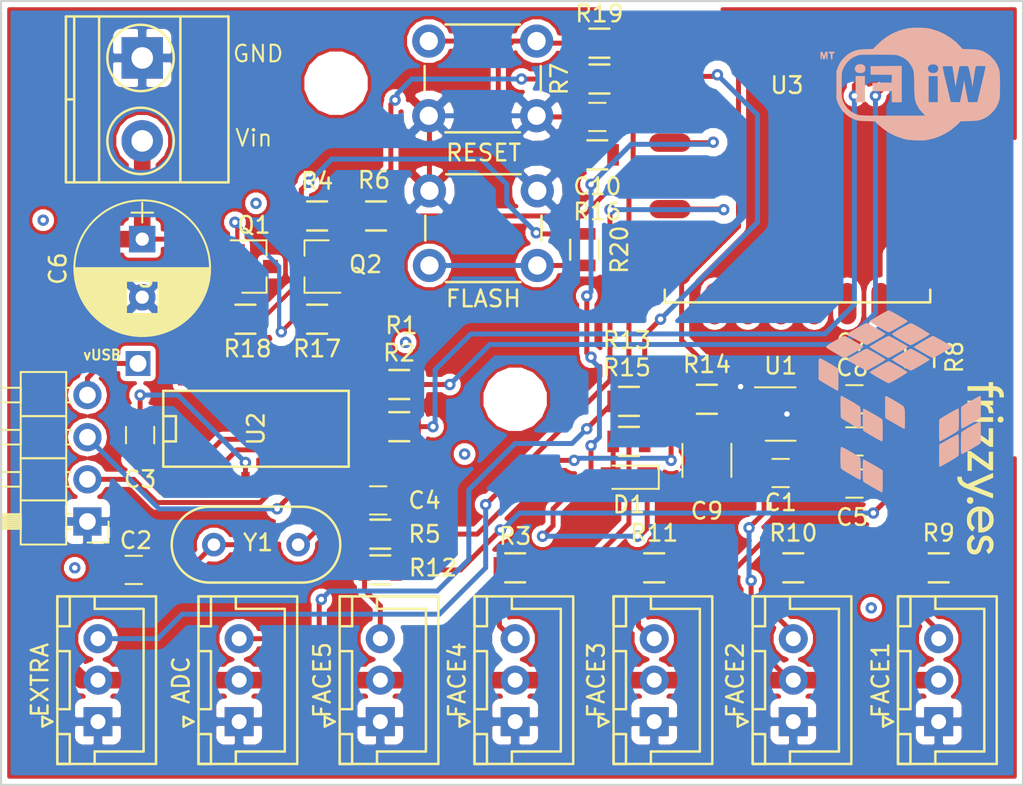
<source format=kicad_pcb>
(kicad_pcb (version 4) (host pcbnew 4.0.6-e0-6349~53~ubuntu16.04.1)
  (layers (0 F.Cu signal hide) (31 B.Cu signal) (34 B.Paste user) (35 F.Paste user) (36 B.SilkS user) (37 F.SilkS user) (38 B.Mask user) (39 F.Mask user) (44 Edge.Cuts user))
  (net 0 "")
  (net 1 5V)
  (net 2 GND)
  (net 3 "Net-(C2-Pad1)")
  (net 4 "Net-(C3-Pad1)")
  (net 5 "Net-(C4-Pad1)")
  (net 6 "Net-(C5-Pad1)")
  (net 7 3.3V)
  (net 8 RST)
  (net 9 "Net-(D1-Pad2)")
  (net 10 GPIO16)
  (net 11 D+)
  (net 12 D-)
  (net 13 VUSB)
  (net 14 EXTRA)
  (net 15 ANALOG)
  (net 16 FACE1)
  (net 17 FACE2)
  (net 18 FACE3)
  (net 19 FACE4)
  (net 20 FACE5)
  (net 21 RTS)
  (net 22 DTR)
  (net 23 GPIO0)
  (net 24 "Net-(R1-Pad1)")
  (net 25 TXD)
  (net 26 "Net-(R2-Pad1)")
  (net 27 RXD)
  (net 28 "Net-(R3-Pad1)")
  (net 29 EN)
  (net 30 GPIO15)
  (net 31 "Net-(R9-Pad2)")
  (net 32 "Net-(R10-Pad2)")
  (net 33 "Net-(R11-Pad2)")
  (net 34 "Net-(R12-Pad2)")
  (net 35 ADC)
  (net 36 "Net-(R16-Pad2)")
  (net 37 "Net-(R20-Pad2)")
  (net 38 "Net-(U2-Pad12)")
  (net 39 "Net-(U2-Pad11)")
  (net 40 "Net-(U2-Pad10)")
  (net 41 "Net-(U2-Pad9)")
  (net 42 "Net-(U2-Pad15)")
  (net 43 "Net-(U3-Pad7)")
  (net 44 "Net-(U3-Pad17)")
  (net 45 "Net-(U3-Pad18)")
  (net 46 "Net-(U3-Pad19)")
  (net 47 "Net-(U3-Pad20)")
  (net 48 "Net-(U3-Pad21)")
  (net 49 "Net-(U3-Pad22)")
  (net 50 "Net-(Q1-Pad1)")
  (net 51 "Net-(Q2-Pad1)")
  (module Mounting_Holes:MountingHole_3.2mm_M3 (layer F.Cu) (at 174.625 84.836)
    (fp_text reference REF** hide)
    (fp_text value MountingHole_3.2mm_M3)
    (pad 1 np_thru_hole circle (at 0 0) (size 3.2 3.2) (drill 3.2) (layers *.Cu *.Mask))
  )
  (module Buttons_Switches_THT:SW_PUSH_6mm (layer F.Cu) (at 169.418 63.246)
    (fp_text reference RESET (at 3.302 6.731) (layer F.SilkS))
    (fp_text value KEY_RST)
    (pad 2 thru_hole circle (at 0 4.5 90) (size 2 2) (drill 1.1) (layers *.Cu *.Mask) (net 2 GND))
    (pad 1 thru_hole circle (at 0 0 90) (size 2 2) (drill 1.1) (layers *.Cu *.Mask) (net 36 "Net-(R16-Pad2)"))
    (pad 2 thru_hole circle (at 6.5 4.5 90) (size 2 2) (drill 1.1) (layers *.Cu *.Mask) (net 2 GND))
    (pad 1 thru_hole circle (at 6.5 0 90) (size 2 2) (drill 1.1) (layers *.Cu *.Mask) (net 36 "Net-(R16-Pad2)"))
  )
  (module Buttons_Switches_THT:SW_PUSH_6mm (layer F.Cu) (at 175.9585 76.7715 180)
    (fp_text reference FLASH (at 3.25 -2 180) (layer F.SilkS))
    (fp_text value KEY_FLASH)
    (pad 2 thru_hole circle (at 0 4.5 270) (size 2 2) (drill 1.1) (layers *.Cu *.Mask) (net 2 GND))
    (pad 1 thru_hole circle (at 0 0 270) (size 2 2) (drill 1.1) (layers *.Cu *.Mask) (net 37 "Net-(R20-Pad2)"))
    (pad 2 thru_hole circle (at 6.5 4.5 270) (size 2 2) (drill 1.1) (layers *.Cu *.Mask) (net 2 GND))
    (pad 1 thru_hole circle (at 6.5 0 270) (size 2 2) (drill 1.1) (layers *.Cu *.Mask) (net 37 "Net-(R20-Pad2)"))
  )
  (module TO_SOT_Packages_SMD:SOT-23 (layer F.Cu) (at 158.877 76.835)
    (fp_text reference Q1 (at 0 -2.5) (layer F.SilkS))
    (fp_text value S8050)
    (pad 1 smd rect (at -1 -0.95) (size 0.9 0.8) (layers F.Cu F.Paste F.Mask) (net 50 "Net-(Q1-Pad1)"))
    (pad 2 smd rect (at -1 0.95) (size 0.9 0.8) (layers F.Cu F.Paste F.Mask) (net 21 RTS))
    (pad 3 smd rect (at 1 0) (size 0.9 0.8) (layers F.Cu F.Paste F.Mask) (net 21 RTS))
  )
  (module Pin_Headers:Pin_Header_Straight_1x01 (layer F.Cu) (at 151.892 82.677)
    (fp_text reference P3 (at 0 -5.1) (layer F.SilkS))
    (fp_text value VUSB)
    (pad 1 thru_hole rect (at 0 0) (size 1.5 1.5) (drill 1.016) (layers *.Cu *.Mask) (net 13 VUSB))
  )
  (module ESP8266:ESP-12E (layer F.Cu) (at 184.658 63.373)
    (fp_text reference U3 (at 6.35 2.54) (layer F.SilkS))
    (fp_text value ESP-12F hide)
    (pad 1 smd rect (at 0 0) (size 2.5 1.1) (drill (offset -0.7 0)) (layers F.Cu F.Paste F.Mask) (net 8 RST))
    (pad 2 smd oval (at 0 2) (size 2.5 1.1) (drill (offset -0.7 0)) (layers F.Cu F.Paste F.Mask) (net 35 ADC))
    (pad 3 smd oval (at 0 4) (size 2.5 1.1) (drill (offset -0.7 0)) (layers F.Cu F.Paste F.Mask) (net 29 EN))
    (pad 4 smd oval (at 0 6) (size 2.5 1.1) (drill (offset -0.7 0)) (layers F.Cu F.Paste F.Mask) (net 10 GPIO16))
    (pad 5 smd oval (at 0 8) (size 2.5 1.1) (drill (offset -0.7 0)) (layers F.Cu F.Paste F.Mask) (net 28 "Net-(R3-Pad1)"))
    (pad 6 smd oval (at 0 10) (size 2.5 1.1) (drill (offset -0.7 0)) (layers F.Cu F.Paste F.Mask) (net 14 EXTRA))
    (pad 7 smd oval (at 0 12) (size 2.5 1.1) (drill (offset -0.7 0)) (layers F.Cu F.Paste F.Mask) (net 43 "Net-(U3-Pad7)"))
    (pad 8 smd oval (at 0 14) (size 2.5 1.1) (drill (offset -0.7 0)) (layers F.Cu F.Paste F.Mask) (net 7 3.3V))
    (pad 9 smd oval (at 14 14) (size 2.5 1.1) (drill (offset 0.7 0)) (layers F.Cu F.Paste F.Mask) (net 2 GND))
    (pad 10 smd oval (at 14 12) (size 2.5 1.1) (drill (offset 0.6 0)) (layers F.Cu F.Paste F.Mask) (net 30 GPIO15))
    (pad 11 smd oval (at 14 10) (size 2.5 1.1) (drill (offset 0.7 0)) (layers F.Cu F.Paste F.Mask) (net 34 "Net-(R12-Pad2)"))
    (pad 12 smd oval (at 14 8) (size 2.5 1.1) (drill (offset 0.7 0)) (layers F.Cu F.Paste F.Mask) (net 33 "Net-(R11-Pad2)"))
    (pad 13 smd oval (at 14 6) (size 2.5 1.1) (drill (offset 0.7 0)) (layers F.Cu F.Paste F.Mask) (net 32 "Net-(R10-Pad2)"))
    (pad 14 smd oval (at 14 4) (size 2.5 1.1) (drill (offset 0.7 0)) (layers F.Cu F.Paste F.Mask) (net 31 "Net-(R9-Pad2)"))
    (pad 15 smd oval (at 14 2) (size 2.5 1.1) (drill (offset 0.7 0)) (layers F.Cu F.Paste F.Mask) (net 25 TXD))
    (pad 16 smd oval (at 14 0) (size 2.5 1.1) (drill (offset 0.7 0)) (layers F.Cu F.Paste F.Mask) (net 27 RXD))
    (pad 17 smd oval (at 1.99 15 90) (size 2.5 1.1) (drill (offset -0.7 0)) (layers F.Cu F.Paste F.Mask) (net 44 "Net-(U3-Pad17)"))
    (pad 18 smd oval (at 3.99 15 90) (size 2.5 1.1) (drill (offset -0.7 0)) (layers F.Cu F.Paste F.Mask) (net 45 "Net-(U3-Pad18)"))
    (pad 19 smd oval (at 5.99 15 90) (size 2.5 1.1) (drill (offset -0.7 0)) (layers F.Cu F.Paste F.Mask) (net 46 "Net-(U3-Pad19)"))
    (pad 20 smd oval (at 7.99 15 90) (size 2.5 1.1) (drill (offset -0.7 0)) (layers F.Cu F.Paste F.Mask) (net 47 "Net-(U3-Pad20)"))
    (pad 21 smd oval (at 9.99 15 90) (size 2.5 1.1) (drill (offset -0.7 0)) (layers F.Cu F.Paste F.Mask) (net 48 "Net-(U3-Pad21)"))
    (pad 22 smd oval (at 11.99 15 90) (size 2.5 1.1) (drill (offset -0.7 0)) (layers F.Cu F.Paste F.Mask) (net 49 "Net-(U3-Pad22)"))
  )
  (module Resistors_SMD:R_0805 (layer F.Cu) (at 158.369 80.01)
    (fp_text reference R18 (at 0.127 1.778) (layer F.SilkS))
    (fp_text value 10k)
    (pad 1 smd rect (at -0.95 0) (size 0.7 1.3) (layers F.Cu F.Paste F.Mask) (net 21 RTS))
    (pad 2 smd rect (at 0.95 0) (size 0.7 1.3) (layers F.Cu F.Paste F.Mask) (net 51 "Net-(Q2-Pad1)"))
  )
  (module Capacitors_SMD:C_0805 (layer F.Cu) (at 190.627 89.281)
    (fp_text reference C1 (at 0 1.778) (layer F.SilkS))
    (fp_text value 1u)
    (pad 1 smd rect (at -1 0) (size 1 1.25) (layers F.Cu F.Paste F.Mask) (net 1 5V))
    (pad 2 smd rect (at 1 0) (size 1 1.25) (layers F.Cu F.Paste F.Mask) (net 2 GND))
  )
  (module Capacitors_SMD:C_0805 (layer F.Cu) (at 151.638 95.123 180)
    (fp_text reference C2 (at -0.127 1.778 180) (layer F.SilkS))
    (fp_text value 22p)
    (pad 1 smd rect (at -1 0 180) (size 1 1.25) (layers F.Cu F.Paste F.Mask) (net 3 "Net-(C2-Pad1)"))
    (pad 2 smd rect (at 1 0 180) (size 1 1.25) (layers F.Cu F.Paste F.Mask) (net 2 GND))
  )
  (module Capacitors_SMD:C_0805 (layer F.Cu) (at 152.019 86.995 270)
    (fp_text reference C3 (at 2.667 0 360) (layer F.SilkS))
    (fp_text value 100n)
    (pad 1 smd rect (at -1 0 270) (size 1 1.25) (layers F.Cu F.Paste F.Mask) (net 4 "Net-(C3-Pad1)"))
    (pad 2 smd rect (at 1 0 270) (size 1 1.25) (layers F.Cu F.Paste F.Mask) (net 2 GND))
  )
  (module Capacitors_SMD:C_0805 (layer F.Cu) (at 166.37 90.932)
    (fp_text reference C4 (at 2.794 0) (layer F.SilkS))
    (fp_text value 22p)
    (pad 1 smd rect (at -1 0) (size 1 1.25) (layers F.Cu F.Paste F.Mask) (net 5 "Net-(C4-Pad1)"))
    (pad 2 smd rect (at 1 0) (size 1 1.25) (layers F.Cu F.Paste F.Mask) (net 2 GND))
  )
  (module Capacitors_SMD:C_0805 (layer F.Cu) (at 195.072 89.916)
    (fp_text reference C5 (at -0.127 2.032) (layer F.SilkS))
    (fp_text value 470p)
    (pad 1 smd rect (at -1 0) (size 1 1.25) (layers F.Cu F.Paste F.Mask) (net 6 "Net-(C5-Pad1)"))
    (pad 2 smd rect (at 1 0) (size 1 1.25) (layers F.Cu F.Paste F.Mask) (net 2 GND))
  )
  (module Capacitors_THT:CP_Radial_D8.0mm_P3.50mm (layer F.Cu) (at 152.146 75.184 270)
    (fp_text reference C6 (at 1.778 5.08 270) (layer F.SilkS))
    (fp_text value "1000uF /6.3V")
    (pad 1 thru_hole rect (at 0 0 270) (size 1.6 1.6) (drill 0.8) (layers *.Cu *.Mask) (net 1 5V))
    (pad 2 thru_hole circle (at 3.5 0 270) (size 1.6 1.6) (drill 0.8) (layers *.Cu *.Mask) (net 2 GND))
  )
  (module Capacitors_SMD:C_0805 (layer F.Cu) (at 195.072 84.836)
    (fp_text reference C7 (at -0.127 -3.429) (layer F.SilkS))
    (fp_text value 100n)
    (pad 1 smd rect (at -1 0) (size 1 1.25) (layers F.Cu F.Paste F.Mask) (net 7 3.3V))
    (pad 2 smd rect (at 1 0) (size 1 1.25) (layers F.Cu F.Paste F.Mask) (net 2 GND))
  )
  (module Capacitors_SMD:C_0805 (layer F.Cu) (at 195.072 87.376)
    (fp_text reference C8 (at -0.127 -4.445) (layer F.SilkS))
    (fp_text value 1u)
    (pad 1 smd rect (at -1 0) (size 1 1.25) (layers F.Cu F.Paste F.Mask) (net 7 3.3V))
    (pad 2 smd rect (at 1 0) (size 1 1.25) (layers F.Cu F.Paste F.Mask) (net 2 GND))
  )
  (module Capacitors_SMD:C_1210 (layer F.Cu) (at 186.182 88.519 270)
    (fp_text reference C9 (at 3.048 0 360) (layer F.SilkS))
    (fp_text value 100nF)
    (pad 1 smd rect (at -1.5 0 270) (size 1 2.5) (layers F.Cu F.Paste F.Mask) (net 7 3.3V))
    (pad 2 smd rect (at 1.5 0 270) (size 1 2.5) (layers F.Cu F.Paste F.Mask) (net 2 GND))
  )
  (module Capacitors_SMD:C_0805 (layer F.Cu) (at 179.578 67.818 180)
    (fp_text reference C10 (at 0 -4.191 180) (layer F.SilkS))
    (fp_text value 470p)
    (pad 1 smd rect (at -1 0 180) (size 1 1.25) (layers F.Cu F.Paste F.Mask) (net 8 RST))
    (pad 2 smd rect (at 1 0 180) (size 1 1.25) (layers F.Cu F.Paste F.Mask) (net 2 GND))
  )
  (module LEDs:LED_0805 (layer F.Cu) (at 181.483 89.535 180)
    (fp_text reference D1 (at 0 -1.651 180) (layer F.SilkS))
    (fp_text value LED)
    (pad 2 smd rect (at 1.1 0) (size 1.2 1.2) (layers F.Cu F.Paste F.Mask) (net 9 "Net-(D1-Pad2)"))
    (pad 1 smd rect (at -1.1 0) (size 1.2 1.2) (layers F.Cu F.Paste F.Mask) (net 10 GPIO16))
  )
  (module Connectors_Terminal_Blocks:TerminalBlock_Pheonix_MKDS1.5-2pol (layer F.Cu) (at 152.146 64.262 270)
    (fp_text reference P1 hide)
    (fp_text value "POWER_IN 5V")
    (pad 1 thru_hole rect (at 0 0 270) (size 2.5 2.5) (drill 1.3) (layers *.Cu *.Mask) (net 2 GND))
    (pad 2 thru_hole circle (at 5 0 270) (size 2.5 2.5) (drill 1.3) (layers *.Cu *.Mask) (net 1 5V))
  )
  (module Pin_Headers:Pin_Header_Angled_1x04_Pitch2.54mm (layer F.Cu) (at 148.844 92.202 180)
    (fp_text reference P2 hide)
    (fp_text value USB_BUS)
    (pad 1 thru_hole rect (at 0 0 180) (size 1.7 1.7) (drill 1) (layers *.Cu *.Mask) (net 2 GND))
    (pad 2 thru_hole oval (at 0 2.54 180) (size 1.7 1.7) (drill 1) (layers *.Cu *.Mask) (net 11 D+))
    (pad 3 thru_hole oval (at 0 5.08 180) (size 1.7 1.7) (drill 1) (layers *.Cu *.Mask) (net 12 D-))
    (pad 4 thru_hole oval (at 0 7.62 180) (size 1.7 1.7) (drill 1) (layers *.Cu *.Mask) (net 13 VUSB))
  )
  (module Connectors_JST:JST_XH_B03B-XH-A_03x2.50mm_Straight (layer F.Cu) (at 149.479 104.267 90)
    (fp_text reference EXTRA (at 2.5 -3.5 90) (layer F.SilkS))
    (fp_text value EXTRA)
    (pad 1 thru_hole rect (at 0 0 90) (size 1.75 1.75) (drill 0.9) (layers *.Cu *.Mask) (net 2 GND))
    (pad 2 thru_hole circle (at 2.5 0 90) (size 1.75 1.75) (drill 0.9) (layers *.Cu *.Mask) (net 1 5V))
    (pad 3 thru_hole circle (at 5 0 90) (size 1.75 1.75) (drill 0.9) (layers *.Cu *.Mask) (net 14 EXTRA))
  )
  (module Connectors_JST:JST_XH_B03B-XH-A_03x2.50mm_Straight (layer F.Cu) (at 157.988 104.267 90)
    (fp_text reference ADC (at 2.5 -3.5 90) (layer F.SilkS))
    (fp_text value ADC)
    (pad 1 thru_hole rect (at 0 0 90) (size 1.75 1.75) (drill 0.9) (layers *.Cu *.Mask) (net 2 GND))
    (pad 2 thru_hole circle (at 2.5 0 90) (size 1.75 1.75) (drill 0.9) (layers *.Cu *.Mask) (net 1 5V))
    (pad 3 thru_hole circle (at 5 0 90) (size 1.75 1.75) (drill 0.9) (layers *.Cu *.Mask) (net 15 ANALOG))
  )
  (module Connectors_JST:JST_XH_B03B-XH-A_03x2.50mm_Straight (layer F.Cu) (at 200.152 104.267 90)
    (fp_text reference FACE1 (at 2.5 -3.5 90) (layer F.SilkS))
    (fp_text value FACE1)
    (pad 1 thru_hole rect (at 0 0 90) (size 1.75 1.75) (drill 0.9) (layers *.Cu *.Mask) (net 2 GND))
    (pad 2 thru_hole circle (at 2.5 0 90) (size 1.75 1.75) (drill 0.9) (layers *.Cu *.Mask) (net 1 5V))
    (pad 3 thru_hole circle (at 5 0 90) (size 1.75 1.75) (drill 0.9) (layers *.Cu *.Mask) (net 16 FACE1))
  )
  (module Connectors_JST:JST_XH_B03B-XH-A_03x2.50mm_Straight (layer F.Cu) (at 191.389 104.267 90)
    (fp_text reference FACE2 (at 2.5 -3.5 90) (layer F.SilkS))
    (fp_text value FACE2)
    (pad 1 thru_hole rect (at 0 0 90) (size 1.75 1.75) (drill 0.9) (layers *.Cu *.Mask) (net 2 GND))
    (pad 2 thru_hole circle (at 2.5 0 90) (size 1.75 1.75) (drill 0.9) (layers *.Cu *.Mask) (net 1 5V))
    (pad 3 thru_hole circle (at 5 0 90) (size 1.75 1.75) (drill 0.9) (layers *.Cu *.Mask) (net 17 FACE2))
  )
  (module Connectors_JST:JST_XH_B03B-XH-A_03x2.50mm_Straight (layer F.Cu) (at 183.007 104.267 90)
    (fp_text reference FACE3 (at 2.5 -3.5 90) (layer F.SilkS))
    (fp_text value FACE3)
    (pad 1 thru_hole rect (at 0 0 90) (size 1.75 1.75) (drill 0.9) (layers *.Cu *.Mask) (net 2 GND))
    (pad 2 thru_hole circle (at 2.5 0 90) (size 1.75 1.75) (drill 0.9) (layers *.Cu *.Mask) (net 1 5V))
    (pad 3 thru_hole circle (at 5 0 90) (size 1.75 1.75) (drill 0.9) (layers *.Cu *.Mask) (net 18 FACE3))
  )
  (module Connectors_JST:JST_XH_B03B-XH-A_03x2.50mm_Straight (layer F.Cu) (at 166.497 104.267 90)
    (fp_text reference FACE5 (at 2.5 -3.5 90) (layer F.SilkS))
    (fp_text value FACE4)
    (pad 1 thru_hole rect (at 0 0 90) (size 1.75 1.75) (drill 0.9) (layers *.Cu *.Mask) (net 2 GND))
    (pad 2 thru_hole circle (at 2.5 0 90) (size 1.75 1.75) (drill 0.9) (layers *.Cu *.Mask) (net 1 5V))
    (pad 3 thru_hole circle (at 5 0 90) (size 1.75 1.75) (drill 0.9) (layers *.Cu *.Mask) (net 19 FACE4))
  )
  (module Connectors_JST:JST_XH_B03B-XH-A_03x2.50mm_Straight (layer F.Cu) (at 174.625 104.267 90)
    (fp_text reference FACE4 (at 2.5 -3.5 90) (layer F.SilkS))
    (fp_text value FACE5)
    (pad 1 thru_hole rect (at 0 0 90) (size 1.75 1.75) (drill 0.9) (layers *.Cu *.Mask) (net 2 GND))
    (pad 2 thru_hole circle (at 2.5 0 90) (size 1.75 1.75) (drill 0.9) (layers *.Cu *.Mask) (net 1 5V))
    (pad 3 thru_hole circle (at 5 0 90) (size 1.75 1.75) (drill 0.9) (layers *.Cu *.Mask) (net 20 FACE5))
  )
  (module TO_SOT_Packages_SMD:SOT-23 (layer F.Cu) (at 162.687 76.835 180)
    (fp_text reference Q2 (at -2.921 0.127 180) (layer F.SilkS))
    (fp_text value S8050)
    (pad 1 smd rect (at -1 -0.95 180) (size 0.9 0.8) (layers F.Cu F.Paste F.Mask) (net 51 "Net-(Q2-Pad1)"))
    (pad 2 smd rect (at -1 0.95 180) (size 0.9 0.8) (layers F.Cu F.Paste F.Mask) (net 22 DTR))
    (pad 3 smd rect (at 1 0 180) (size 0.9 0.8) (layers F.Cu F.Paste F.Mask) (net 23 GPIO0))
  )
  (module Resistors_SMD:R_0805 (layer F.Cu) (at 167.64 83.947)
    (fp_text reference R1 (at 0.127 -3.556) (layer F.SilkS))
    (fp_text value 470)
    (pad 1 smd rect (at -0.95 0) (size 0.7 1.3) (layers F.Cu F.Paste F.Mask) (net 24 "Net-(R1-Pad1)"))
    (pad 2 smd rect (at 0.95 0) (size 0.7 1.3) (layers F.Cu F.Paste F.Mask) (net 25 TXD))
  )
  (module Resistors_SMD:R_0805 (layer F.Cu) (at 167.64 86.487)
    (fp_text reference R2 (at 0 -4.445) (layer F.SilkS))
    (fp_text value 470)
    (pad 1 smd rect (at -0.95 0) (size 0.7 1.3) (layers F.Cu F.Paste F.Mask) (net 26 "Net-(R2-Pad1)"))
    (pad 2 smd rect (at 0.95 0) (size 0.7 1.3) (layers F.Cu F.Paste F.Mask) (net 27 RXD))
  )
  (module Resistors_SMD:R_0805 (layer F.Cu) (at 174.625 94.996 180)
    (fp_text reference R3 (at 0 1.905 180) (layer F.SilkS))
    (fp_text value 470)
    (pad 1 smd rect (at -0.95 0 180) (size 0.7 1.3) (layers F.Cu F.Paste F.Mask) (net 28 "Net-(R3-Pad1)"))
    (pad 2 smd rect (at 0.95 0 180) (size 0.7 1.3) (layers F.Cu F.Paste F.Mask) (net 20 FACE5))
  )
  (module Resistors_SMD:R_0805 (layer F.Cu) (at 162.687 73.787)
    (fp_text reference R4 (at 0 -2.1) (layer F.SilkS))
    (fp_text value 10k)
    (pad 1 smd rect (at -0.95 0) (size 0.7 1.3) (layers F.Cu F.Paste F.Mask) (net 23 GPIO0))
    (pad 2 smd rect (at 0.95 0) (size 0.7 1.3) (layers F.Cu F.Paste F.Mask) (net 7 3.3V))
  )
  (module Resistors_SMD:R_0805 (layer F.Cu) (at 166.497 92.964)
    (fp_text reference R5 (at 2.667 0) (layer F.SilkS))
    (fp_text value 10k)
    (pad 1 smd rect (at -0.95 0) (size 0.7 1.3) (layers F.Cu F.Paste F.Mask) (net 19 FACE4))
    (pad 2 smd rect (at 0.95 0) (size 0.7 1.3) (layers F.Cu F.Paste F.Mask) (net 7 3.3V))
  )
  (module Resistors_SMD:R_0805 (layer F.Cu) (at 166.243 73.787 180)
    (fp_text reference R6 (at 0.127 2.159 180) (layer F.SilkS))
    (fp_text value 10k)
    (pad 1 smd rect (at -0.95 0 180) (size 0.7 1.3) (layers F.Cu F.Paste F.Mask) (net 29 EN))
    (pad 2 smd rect (at 0.95 0 180) (size 0.7 1.3) (layers F.Cu F.Paste F.Mask) (net 7 3.3V))
  )
  (module Resistors_SMD:R_0805 (layer F.Cu) (at 179.705 65.532 180)
    (fp_text reference R7 (at 2.413 0 270) (layer F.SilkS))
    (fp_text value 10k)
    (pad 1 smd rect (at -0.95 0 180) (size 0.7 1.3) (layers F.Cu F.Paste F.Mask) (net 8 RST))
    (pad 2 smd rect (at 0.95 0 180) (size 0.7 1.3) (layers F.Cu F.Paste F.Mask) (net 7 3.3V))
  )
  (module Resistors_SMD:R_0805 (layer F.Cu) (at 199.009 82.296 270)
    (fp_text reference R8 (at 0 -2.1 270) (layer F.SilkS))
    (fp_text value 10k)
    (pad 1 smd rect (at -0.95 0 270) (size 0.7 1.3) (layers F.Cu F.Paste F.Mask) (net 30 GPIO15))
    (pad 2 smd rect (at 0.95 0 270) (size 0.7 1.3) (layers F.Cu F.Paste F.Mask) (net 2 GND))
  )
  (module Resistors_SMD:R_0805 (layer F.Cu) (at 200.152 94.996)
    (fp_text reference R9 (at 0 -2.1) (layer F.SilkS))
    (fp_text value 470)
    (pad 1 smd rect (at -0.95 0) (size 0.7 1.3) (layers F.Cu F.Paste F.Mask) (net 16 FACE1))
    (pad 2 smd rect (at 0.95 0) (size 0.7 1.3) (layers F.Cu F.Paste F.Mask) (net 31 "Net-(R9-Pad2)"))
  )
  (module Resistors_SMD:R_0805 (layer F.Cu) (at 191.389 94.996)
    (fp_text reference R10 (at 0 -2.1) (layer F.SilkS))
    (fp_text value 470)
    (pad 1 smd rect (at -0.95 0) (size 0.7 1.3) (layers F.Cu F.Paste F.Mask) (net 17 FACE2))
    (pad 2 smd rect (at 0.95 0) (size 0.7 1.3) (layers F.Cu F.Paste F.Mask) (net 32 "Net-(R10-Pad2)"))
  )
  (module Resistors_SMD:R_0805 (layer F.Cu) (at 183.007 94.996)
    (fp_text reference R11 (at 0 -2.1) (layer F.SilkS))
    (fp_text value 470)
    (pad 1 smd rect (at -0.95 0) (size 0.7 1.3) (layers F.Cu F.Paste F.Mask) (net 18 FACE3))
    (pad 2 smd rect (at 0.95 0) (size 0.7 1.3) (layers F.Cu F.Paste F.Mask) (net 33 "Net-(R11-Pad2)"))
  )
  (module Resistors_SMD:R_0805 (layer F.Cu) (at 166.497 95.123)
    (fp_text reference R12 (at 3.175 -0.127) (layer F.SilkS))
    (fp_text value 470)
    (pad 1 smd rect (at -0.95 0) (size 0.7 1.3) (layers F.Cu F.Paste F.Mask) (net 19 FACE4))
    (pad 2 smd rect (at 0.95 0) (size 0.7 1.3) (layers F.Cu F.Paste F.Mask) (net 34 "Net-(R12-Pad2)"))
  )
  (module Resistors_SMD:R_0805 (layer F.Cu) (at 181.483 84.963)
    (fp_text reference R13 (at -0.127 -3.683) (layer F.SilkS))
    (fp_text value 220k)
    (pad 1 smd rect (at -0.95 0) (size 0.7 1.3) (layers F.Cu F.Paste F.Mask) (net 15 ANALOG))
    (pad 2 smd rect (at 0.95 0) (size 0.7 1.3) (layers F.Cu F.Paste F.Mask) (net 35 ADC))
  )
  (module Resistors_SMD:R_0805 (layer F.Cu) (at 186.182 84.836)
    (fp_text reference R14 (at 0 -2.1) (layer F.SilkS))
    (fp_text value 100k)
    (pad 1 smd rect (at -0.95 0) (size 0.7 1.3) (layers F.Cu F.Paste F.Mask) (net 35 ADC))
    (pad 2 smd rect (at 0.95 0) (size 0.7 1.3) (layers F.Cu F.Paste F.Mask) (net 2 GND))
  )
  (module Resistors_SMD:R_0805 (layer F.Cu) (at 181.483 87.376 180)
    (fp_text reference R15 (at 0.127 4.445 180) (layer F.SilkS))
    (fp_text value 470)
    (pad 1 smd rect (at -0.95 0 180) (size 0.7 1.3) (layers F.Cu F.Paste F.Mask) (net 7 3.3V))
    (pad 2 smd rect (at 0.95 0 180) (size 0.7 1.3) (layers F.Cu F.Paste F.Mask) (net 9 "Net-(D1-Pad2)"))
  )
  (module Resistors_SMD:R_0805 (layer F.Cu) (at 179.578 70.104 180)
    (fp_text reference R16 (at 0 -3.429 180) (layer F.SilkS))
    (fp_text value 470)
    (pad 1 smd rect (at -0.95 0 180) (size 0.7 1.3) (layers F.Cu F.Paste F.Mask) (net 10 GPIO16))
    (pad 2 smd rect (at 0.95 0 180) (size 0.7 1.3) (layers F.Cu F.Paste F.Mask) (net 36 "Net-(R16-Pad2)"))
  )
  (module Resistors_SMD:R_0805 (layer F.Cu) (at 162.687 80.01 180)
    (fp_text reference R17 (at 0 -1.778 180) (layer F.SilkS))
    (fp_text value 10k)
    (pad 1 smd rect (at -0.95 0 180) (size 0.7 1.3) (layers F.Cu F.Paste F.Mask) (net 22 DTR))
    (pad 2 smd rect (at 0.95 0 180) (size 0.7 1.3) (layers F.Cu F.Paste F.Mask) (net 50 "Net-(Q1-Pad1)"))
  )
  (module Resistors_SMD:R_0805 (layer F.Cu) (at 179.705 63.373 180)
    (fp_text reference R19 (at 0 1.778 180) (layer F.SilkS))
    (fp_text value "0 (NC)")
    (pad 1 smd rect (at -0.95 0 180) (size 0.7 1.3) (layers F.Cu F.Paste F.Mask) (net 8 RST))
    (pad 2 smd rect (at 0.95 0 180) (size 0.7 1.3) (layers F.Cu F.Paste F.Mask) (net 36 "Net-(R16-Pad2)"))
  )
  (module Resistors_SMD:R_0805 (layer F.Cu) (at 178.816 75.819 270)
    (fp_text reference R20 (at 0 -2.1 270) (layer F.SilkS))
    (fp_text value 470)
    (pad 1 smd rect (at -0.95 0 270) (size 0.7 1.3) (layers F.Cu F.Paste F.Mask) (net 23 GPIO0))
    (pad 2 smd rect (at 0.95 0 270) (size 0.7 1.3) (layers F.Cu F.Paste F.Mask) (net 37 "Net-(R20-Pad2)"))
  )
  (module TO_SOT_Packages_SMD:SOT-23-5 (layer F.Cu) (at 190.627 85.725)
    (fp_text reference U1 (at 0 -2.9) (layer F.SilkS))
    (fp_text value MIC5219-3.3BM5)
    (pad 1 smd rect (at -1.1 -0.95) (size 1.06 0.65) (layers F.Cu F.Paste F.Mask) (net 1 5V))
    (pad 2 smd rect (at -1.1 0) (size 1.06 0.65) (layers F.Cu F.Paste F.Mask) (net 2 GND))
    (pad 3 smd rect (at -1.1 0.95) (size 1.06 0.65) (layers F.Cu F.Paste F.Mask) (net 1 5V))
    (pad 4 smd rect (at 1.1 0.95) (size 1.06 0.65) (layers F.Cu F.Paste F.Mask) (net 6 "Net-(C5-Pad1)"))
    (pad 5 smd rect (at 1.1 -0.95) (size 1.06 0.65) (layers F.Cu F.Paste F.Mask) (net 7 3.3V))
  )
  (module SMD_Packages:SO-16-N (layer F.Cu) (at 159.004 86.614)
    (fp_text reference U2 (at 0 0 90) (layer F.SilkS))
    (fp_text value CH340G)
    (pad 16 smd rect (at -4.445 -3.175) (size 0.508 1.143) (layers F.Cu F.Paste F.Mask) (net 1 5V))
    (pad 14 smd rect (at -1.905 -3.175) (size 0.508 1.143) (layers F.Cu F.Paste F.Mask) (net 21 RTS))
    (pad 13 smd rect (at -0.635 -3.175) (size 0.508 1.143) (layers F.Cu F.Paste F.Mask) (net 22 DTR))
    (pad 12 smd rect (at 0.635 -3.175) (size 0.508 1.143) (layers F.Cu F.Paste F.Mask) (net 38 "Net-(U2-Pad12)"))
    (pad 11 smd rect (at 1.905 -3.175) (size 0.508 1.143) (layers F.Cu F.Paste F.Mask) (net 39 "Net-(U2-Pad11)"))
    (pad 10 smd rect (at 3.175 -3.175) (size 0.508 1.143) (layers F.Cu F.Paste F.Mask) (net 40 "Net-(U2-Pad10)"))
    (pad 9 smd rect (at 4.445 -3.175) (size 0.508 1.143) (layers F.Cu F.Paste F.Mask) (net 41 "Net-(U2-Pad9)"))
    (pad 8 smd rect (at 4.445 3.175) (size 0.508 1.143) (layers F.Cu F.Paste F.Mask) (net 5 "Net-(C4-Pad1)"))
    (pad 7 smd rect (at 3.175 3.175) (size 0.508 1.143) (layers F.Cu F.Paste F.Mask) (net 3 "Net-(C2-Pad1)"))
    (pad 6 smd rect (at 1.905 3.175) (size 0.508 1.143) (layers F.Cu F.Paste F.Mask) (net 12 D-))
    (pad 5 smd rect (at 0.635 3.175) (size 0.508 1.143) (layers F.Cu F.Paste F.Mask) (net 11 D+))
    (pad 4 smd rect (at -0.635 3.175) (size 0.508 1.143) (layers F.Cu F.Paste F.Mask) (net 4 "Net-(C3-Pad1)"))
    (pad 3 smd rect (at -1.905 3.175) (size 0.508 1.143) (layers F.Cu F.Paste F.Mask) (net 26 "Net-(R2-Pad1)"))
    (pad 2 smd rect (at -3.175 3.175) (size 0.508 1.143) (layers F.Cu F.Paste F.Mask) (net 24 "Net-(R1-Pad1)"))
    (pad 1 smd rect (at -4.445 3.175) (size 0.508 1.143) (layers F.Cu F.Paste F.Mask) (net 2 GND))
    (pad 15 smd rect (at -3.175 -3.175) (size 0.508 1.143) (layers F.Cu F.Paste F.Mask) (net 42 "Net-(U2-Pad15)"))
  )
  (module Crystals:HC-49V (layer F.Cu) (at 156.464 93.599)
    (fp_text reference Y1 (at 2.667 -0.127) (layer F.SilkS))
    (fp_text value "12 MHz")
    (pad 1 thru_hole circle (at 0 0) (size 1.4224 1.4224) (drill 0.762) (layers *.Cu *.Mask) (net 3 "Net-(C2-Pad1)"))
    (pad 2 thru_hole circle (at 5.08 0) (size 1.4224 1.4224) (drill 0.762) (layers *.Cu *.Mask) (net 5 "Net-(C4-Pad1)"))
  )
  (module logos_frizzy:logo_wifi (layer B.Cu) (at 198.501 65.913 180)
    (fp_text reference G*** hide)
    (fp_text value LOGO hide)
  )
  (module Mounting_Holes:MountingHole_3.2mm_M3 (layer F.Cu) (at 163.83 65.786)
    (fp_text reference REF** hide)
    (fp_text value MountingHole_3.2mm_M3)
    (pad 1 np_thru_hole circle (at 0 0) (size 3.2 3.2) (drill 3.2) (layers *.Cu *.Mask))
  )
  (module logos_frizzy:logo_slamp_wifi_oro (layer B.Cu) (at 198.501 84.963 180)
    (fp_text reference G*** hide)
    (fp_text value LOGO hide)
  )
  (module logos_frizzy:wifi_ola (layer B.Cu) (at 198.501 84.963 180)
    (fp_text reference G*** hide)
    (fp_text value LOGO hide)
  )
  (module logos_frizzy:web (layer F.Cu) (at 202.819 89.027 270)
    (fp_text reference G*** hide)
    (fp_text value LOGO hide)
  )
  (gr_text vUSB (at 149.733 82.169) (layer F.SilkS) (effects (font (size 0.6 0.6) (thickness 0.127))))
  (gr_text Vin (at 158.877 69.088) (layer F.SilkS) (effects (font (size 1 1) (thickness 0.127))))
  (gr_text GND (at 159.131 64.008) (layer F.SilkS) (effects (font (size 1 1) (thickness 0.127))))
  (gr_line (start 143.637 60.833) (end 153.035 60.833) (angle 90) (layer Edge.Cuts) (width 0.127))
  (gr_line (start 143.637 108.077) (end 143.637 60.833) (angle 90) (layer Edge.Cuts) (width 0.127))
  (gr_line (start 205.232 108.077) (end 143.637 108.077) (angle 90) (layer Edge.Cuts) (width 0.127))
  (gr_line (start 205.232 60.833) (end 205.232 108.077) (angle 90) (layer Edge.Cuts) (width 0.127))
  (gr_line (start 201.041 60.833) (end 205.232 60.833) (angle 90) (layer Edge.Cuts) (width 0.127))
  (gr_line (start 153.035 60.833) (end 201.041 60.833) (angle 90) (layer Edge.Cuts) (width 0.127))
  (via (at 148.082 94.996) (size 0.6858) (drill 0.3302) (layers F.Cu B.Cu) (net 0))
  (via (at 171.577 88.138) (size 0.6858) (drill 0.3302) (layers F.Cu B.Cu) (net 0))
  (via (at 196.088 97.409) (size 0.6858) (drill 0.3302) (layers F.Cu B.Cu) (net 0))
  (segment (start 146.304 74.041) (end 146.177 74.041) (width 0.1524) (layer F.Cu) (net 0))
  (via (at 146.177 74.041) (size 0.6858) (drill 0.3302) (layers F.Cu B.Cu) (net 0))
  (via (at 159.004 73.025) (size 0.6858) (drill 0.3302) (layers F.Cu B.Cu) (net 0))
  (via (at 168.021 81.407) (size 0.6858) (drill 0.3302) (layers F.Cu B.Cu) (net 0))
  (segment (start 191.389 101.767) (end 191.175 101.767) (width 0.3) (layer F.Cu) (net 1))
  (segment (start 191.175 101.767) (end 188.849 99.441) (width 0.3) (layer F.Cu) (net 1))
  (segment (start 189.627 91.678) (end 189.627 89.281) (width 0.3) (layer F.Cu) (net 1))
  (segment (start 188.722 92.583) (end 189.627 91.678) (width 0.3) (layer F.Cu) (net 1))
  (via (at 188.722 92.583) (size 0.6858) (drill 0.3302) (layers F.Cu B.Cu) (net 1))
  (segment (start 188.722 95.631) (end 188.722 92.583) (width 0.3) (layer B.Cu) (net 1))
  (segment (start 188.849 95.758) (end 188.722 95.631) (width 0.3) (layer B.Cu) (net 1))
  (via (at 188.849 95.758) (size 0.6858) (drill 0.3302) (layers F.Cu B.Cu) (net 1))
  (segment (start 188.849 99.441) (end 188.849 95.758) (width 0.3) (layer F.Cu) (net 1))
  (segment (start 189.527 86.675) (end 188.788 86.675) (width 0.3) (layer F.Cu) (net 1))
  (segment (start 188.788 86.675) (end 188.341 87.122) (width 0.3) (layer F.Cu) (net 1))
  (segment (start 189.627 89.281) (end 189.627 89.17) (width 0.3) (layer F.Cu) (net 1))
  (segment (start 189.627 89.17) (end 188.341 87.884) (width 0.3) (layer F.Cu) (net 1))
  (segment (start 188.341 87.884) (end 188.341 87.122) (width 0.3) (layer F.Cu) (net 1))
  (segment (start 188.341 87.122) (end 188.341 85.09) (width 0.3) (layer F.Cu) (net 1))
  (segment (start 188.341 85.09) (end 188.656 84.775) (width 0.3) (layer F.Cu) (net 1))
  (segment (start 188.656 84.775) (end 189.527 84.775) (width 0.3) (layer F.Cu) (net 1))
  (segment (start 154.559 83.439) (end 154.559 75.946) (width 0.3) (layer F.Cu) (net 1))
  (segment (start 153.797 75.184) (end 152.146 75.184) (width 0.3) (layer F.Cu) (net 1))
  (segment (start 154.559 75.946) (end 153.797 75.184) (width 0.3) (layer F.Cu) (net 1))
  (segment (start 152.146 69.262) (end 152.146 75.184) (width 1) (layer F.Cu) (net 1))
  (segment (start 149.479 101.767) (end 148.503 101.767) (width 1) (layer F.Cu) (net 1))
  (segment (start 149.479 75.184) (end 152.146 75.184) (width 1) (layer F.Cu) (net 1))
  (segment (start 145.796 78.867) (end 149.479 75.184) (width 1) (layer F.Cu) (net 1))
  (segment (start 145.796 99.06) (end 145.796 78.867) (width 1) (layer F.Cu) (net 1))
  (segment (start 148.503 101.767) (end 145.796 99.06) (width 1) (layer F.Cu) (net 1))
  (segment (start 157.988 101.767) (end 149.479 101.767) (width 1) (layer F.Cu) (net 1))
  (segment (start 166.497 101.767) (end 157.988 101.767) (width 1) (layer F.Cu) (net 1))
  (segment (start 174.625 101.767) (end 166.497 101.767) (width 1) (layer F.Cu) (net 1))
  (segment (start 183.007 101.767) (end 174.625 101.767) (width 1) (layer F.Cu) (net 1))
  (segment (start 191.389 101.767) (end 187.706 101.767) (width 1) (layer F.Cu) (net 1))
  (segment (start 187.706 101.767) (end 183.007 101.767) (width 1) (layer F.Cu) (net 1))
  (segment (start 200.152 101.767) (end 191.389 101.767) (width 1) (layer F.Cu) (net 1))
  (segment (start 198.658 77.373) (end 198.658 77.881) (width 0.1524) (layer F.Cu) (net 2))
  (segment (start 198.658 77.881) (end 200.66 79.883) (width 0.1524) (layer F.Cu) (net 2))
  (segment (start 200.66 79.883) (end 200.66 81.595) (width 0.1524) (layer F.Cu) (net 2))
  (segment (start 200.66 81.595) (end 199.009 83.246) (width 0.1524) (layer F.Cu) (net 2))
  (segment (start 196.072 89.916) (end 196.072 90.313) (width 0.1524) (layer F.Cu) (net 2))
  (segment (start 196.072 90.313) (end 194.818 91.567) (width 0.1524) (layer F.Cu) (net 2))
  (segment (start 191.627 90.789) (end 191.627 89.281) (width 0.1524) (layer F.Cu) (net 2))
  (segment (start 192.405 91.567) (end 191.627 90.789) (width 0.1524) (layer F.Cu) (net 2))
  (segment (start 194.818 91.567) (end 192.405 91.567) (width 0.1524) (layer F.Cu) (net 2))
  (segment (start 187.132 84.836) (end 187.132 85.532) (width 0.1524) (layer F.Cu) (net 2))
  (segment (start 187.833 88.368) (end 186.182 90.019) (width 0.1524) (layer F.Cu) (net 2))
  (segment (start 187.833 86.233) (end 187.833 88.368) (width 0.1524) (layer F.Cu) (net 2))
  (segment (start 187.132 85.532) (end 187.833 86.233) (width 0.1524) (layer F.Cu) (net 2))
  (segment (start 190.5 85.725) (end 191.008 85.725) (width 0.1524) (layer F.Cu) (net 2))
  (segment (start 188.214 84.074) (end 187.452 84.836) (width 0.1524) (layer F.Cu) (net 2))
  (via (at 188.214 84.074) (size 0.6858) (drill 0.3302) (layers F.Cu B.Cu) (net 2))
  (segment (start 189.357 85.217) (end 188.214 84.074) (width 0.1524) (layer B.Cu) (net 2))
  (segment (start 190.5 85.217) (end 189.357 85.217) (width 0.1524) (layer B.Cu) (net 2))
  (segment (start 191.008 85.725) (end 190.5 85.217) (width 0.1524) (layer B.Cu) (net 2))
  (via (at 191.008 85.725) (size 0.6858) (drill 0.3302) (layers F.Cu B.Cu) (net 2))
  (segment (start 187.452 84.836) (end 187.132 84.836) (width 0.1524) (layer F.Cu) (net 2))
  (segment (start 199.009 83.246) (end 196.662 83.246) (width 0.3) (layer F.Cu) (net 2))
  (segment (start 196.072 83.836) (end 196.072 84.836) (width 0.3) (layer F.Cu) (net 2))
  (segment (start 196.662 83.246) (end 196.072 83.836) (width 0.3) (layer F.Cu) (net 2))
  (segment (start 169.4585 72.2715) (end 169.4585 67.7865) (width 0.3) (layer F.Cu) (net 2))
  (segment (start 169.4585 67.7865) (end 169.418 67.746) (width 0.3) (layer F.Cu) (net 2))
  (segment (start 175.918 67.746) (end 169.418 67.746) (width 0.3) (layer B.Cu) (net 2))
  (segment (start 178.578 67.818) (end 175.99 67.818) (width 0.3) (layer F.Cu) (net 2))
  (segment (start 175.99 67.818) (end 175.918 67.746) (width 0.3) (layer F.Cu) (net 2))
  (segment (start 191.627 89.281) (end 191.627 88.757) (width 0.1524) (layer F.Cu) (net 2))
  (segment (start 191.627 88.757) (end 190.627 87.757) (width 0.1524) (layer F.Cu) (net 2))
  (segment (start 190.627 87.757) (end 190.627 85.852) (width 0.1524) (layer F.Cu) (net 2))
  (segment (start 190.627 85.852) (end 190.5 85.725) (width 0.1524) (layer F.Cu) (net 2))
  (segment (start 190.5 85.725) (end 189.527 85.725) (width 0.1524) (layer F.Cu) (net 2))
  (segment (start 196.072 87.376) (end 196.072 84.836) (width 0.3) (layer F.Cu) (net 2))
  (segment (start 196.072 89.916) (end 196.072 87.376) (width 0.3) (layer F.Cu) (net 2))
  (segment (start 154.559 89.789) (end 153.813 89.789) (width 0.3) (layer F.Cu) (net 2))
  (segment (start 153.813 89.789) (end 152.019 87.995) (width 0.3) (layer F.Cu) (net 2))
  (segment (start 148.844 92.202) (end 148.844 94.234) (width 0.3) (layer F.Cu) (net 2))
  (segment (start 149.733 95.123) (end 150.638 95.123) (width 0.3) (layer F.Cu) (net 2))
  (segment (start 148.844 94.234) (end 149.733 95.123) (width 0.3) (layer F.Cu) (net 2))
  (segment (start 152.638 95.123) (end 154.94 95.123) (width 0.3) (layer F.Cu) (net 3))
  (segment (start 154.94 95.123) (end 156.464 93.599) (width 0.3) (layer F.Cu) (net 3))
  (segment (start 156.464 93.599) (end 159.512 93.599) (width 0.3) (layer F.Cu) (net 3))
  (segment (start 162.179 91.44) (end 162.179 89.789) (width 0.3) (layer F.Cu) (net 3))
  (segment (start 162.052 91.567) (end 162.179 91.44) (width 0.3) (layer F.Cu) (net 3))
  (segment (start 161.544 91.567) (end 162.052 91.567) (width 0.3) (layer F.Cu) (net 3))
  (segment (start 159.512 93.599) (end 161.544 91.567) (width 0.3) (layer F.Cu) (net 3))
  (segment (start 158.369 89.789) (end 158.369 88.646) (width 0.3) (layer F.Cu) (net 4))
  (segment (start 152.019 84.582) (end 152.019 85.995) (width 0.3) (layer F.Cu) (net 4))
  (via (at 152.019 84.582) (size 0.6858) (drill 0.3302) (layers F.Cu B.Cu) (net 4))
  (segment (start 152.146 84.582) (end 152.019 84.582) (width 0.3) (layer B.Cu) (net 4))
  (segment (start 154.305 84.582) (end 152.146 84.582) (width 0.3) (layer B.Cu) (net 4))
  (segment (start 158.369 88.646) (end 154.305 84.582) (width 0.3) (layer B.Cu) (net 4))
  (via (at 158.369 88.646) (size 0.6858) (drill 0.3302) (layers F.Cu B.Cu) (net 4))
  (segment (start 164.465 90.932) (end 165.37 90.932) (width 0.3) (layer F.Cu) (net 5))
  (segment (start 161.544 93.599) (end 161.798 93.599) (width 0.3) (layer F.Cu) (net 5))
  (segment (start 161.798 93.599) (end 164.465 90.932) (width 0.3) (layer F.Cu) (net 5))
  (segment (start 164.465 90.932) (end 164.465 90.805) (width 0.3) (layer F.Cu) (net 5))
  (segment (start 164.465 90.805) (end 163.449 89.789) (width 0.3) (layer F.Cu) (net 5))
  (segment (start 194.072 89.916) (end 194.072 89.424) (width 0.3) (layer F.Cu) (net 6))
  (segment (start 194.072 89.424) (end 192.532 87.884) (width 0.3) (layer F.Cu) (net 6))
  (segment (start 192.532 87.884) (end 192.532 86.99) (width 0.3) (layer F.Cu) (net 6))
  (segment (start 192.532 86.99) (end 192.217 86.675) (width 0.3) (layer F.Cu) (net 6))
  (segment (start 192.217 86.675) (end 191.727 86.675) (width 0.3) (layer F.Cu) (net 6))
  (segment (start 191.727 86.675) (end 192.217 86.675) (width 0.3) (layer F.Cu) (net 6))
  (segment (start 167.447 92.964) (end 172.339 92.964) (width 0.3) (layer F.Cu) (net 7))
  (segment (start 184.023 88.519) (end 184.023 87.019) (width 0.3) (layer F.Cu) (net 7))
  (via (at 184.023 88.519) (size 0.6858) (drill 0.3302) (layers F.Cu B.Cu) (net 7))
  (segment (start 183.896 88.392) (end 184.023 88.519) (width 0.3) (layer B.Cu) (net 7))
  (segment (start 178.308 88.392) (end 183.896 88.392) (width 0.3) (layer B.Cu) (net 7))
  (segment (start 178.181 88.519) (end 178.308 88.392) (width 0.3) (layer B.Cu) (net 7))
  (via (at 178.181 88.519) (size 0.6858) (drill 0.3302) (layers F.Cu B.Cu) (net 7))
  (segment (start 176.784 88.519) (end 178.181 88.519) (width 0.3) (layer F.Cu) (net 7))
  (segment (start 172.339 92.964) (end 176.784 88.519) (width 0.3) (layer F.Cu) (net 7))
  (segment (start 184.023 87.019) (end 184.023 87.122) (width 0.3) (layer F.Cu) (net 7))
  (segment (start 184.023 87.122) (end 184.023 87.019) (width 0.3) (layer F.Cu) (net 7))
  (segment (start 184.658 77.373) (end 184.658 81.28) (width 0.3) (layer F.Cu) (net 7))
  (segment (start 184.658 81.28) (end 186.69 83.312) (width 0.3) (layer F.Cu) (net 7))
  (segment (start 191.727 84.775) (end 191.727 83.904) (width 0.3) (layer F.Cu) (net 7))
  (segment (start 191.727 83.904) (end 191.135 83.312) (width 0.3) (layer F.Cu) (net 7))
  (segment (start 191.135 83.312) (end 186.69 83.312) (width 0.3) (layer F.Cu) (net 7))
  (segment (start 186.182 83.82) (end 186.182 87.019) (width 0.3) (layer F.Cu) (net 7))
  (segment (start 186.69 83.312) (end 186.182 83.82) (width 0.3) (layer F.Cu) (net 7))
  (segment (start 184.658 77.373) (end 185.136 77.373) (width 0.3) (layer F.Cu) (net 7))
  (segment (start 179.451 65.532) (end 178.755 65.532) (width 0.3) (layer F.Cu) (net 7))
  (segment (start 179.705 65.278) (end 179.451 65.532) (width 0.3) (layer F.Cu) (net 7))
  (segment (start 179.705 61.976) (end 179.705 65.278) (width 0.3) (layer F.Cu) (net 7))
  (segment (start 179.959 61.722) (end 179.705 61.976) (width 0.3) (layer F.Cu) (net 7))
  (segment (start 186.69 61.722) (end 179.959 61.722) (width 0.3) (layer F.Cu) (net 7))
  (segment (start 188.087 63.119) (end 186.69 61.722) (width 0.3) (layer F.Cu) (net 7))
  (segment (start 188.087 74.422) (end 188.087 63.119) (width 0.3) (layer F.Cu) (net 7))
  (segment (start 185.136 77.373) (end 188.087 74.422) (width 0.3) (layer F.Cu) (net 7))
  (segment (start 178.755 65.532) (end 175.006 65.532) (width 0.3) (layer F.Cu) (net 7))
  (segment (start 165.293 72.832) (end 165.293 73.787) (width 0.3) (layer F.Cu) (net 7))
  (segment (start 167.132 70.993) (end 165.293 72.832) (width 0.3) (layer F.Cu) (net 7))
  (segment (start 167.132 67.056) (end 167.132 70.993) (width 0.3) (layer F.Cu) (net 7))
  (segment (start 167.386 66.802) (end 167.132 67.056) (width 0.3) (layer F.Cu) (net 7))
  (via (at 167.386 66.802) (size 0.6858) (drill 0.3302) (layers F.Cu B.Cu) (net 7))
  (segment (start 167.513 66.675) (end 167.386 66.802) (width 0.3) (layer B.Cu) (net 7))
  (segment (start 167.513 66.421) (end 167.513 66.675) (width 0.3) (layer B.Cu) (net 7))
  (segment (start 168.402 65.532) (end 167.513 66.421) (width 0.3) (layer B.Cu) (net 7))
  (segment (start 175.006 65.532) (end 168.402 65.532) (width 0.3) (layer B.Cu) (net 7))
  (via (at 175.006 65.532) (size 0.6858) (drill 0.3302) (layers F.Cu B.Cu) (net 7))
  (segment (start 163.637 73.787) (end 165.293 73.787) (width 0.3) (layer F.Cu) (net 7))
  (segment (start 182.433 87.376) (end 183.515 87.376) (width 0.3) (layer F.Cu) (net 7))
  (segment (start 183.515 87.376) (end 183.872 87.019) (width 0.3) (layer F.Cu) (net 7))
  (segment (start 183.872 87.019) (end 184.023 87.019) (width 0.3) (layer F.Cu) (net 7))
  (segment (start 184.023 87.019) (end 186.182 87.019) (width 0.3) (layer F.Cu) (net 7))
  (segment (start 186.309 86.892) (end 186.182 87.019) (width 0.3) (layer F.Cu) (net 7))
  (segment (start 193.691 87.757) (end 194.072 87.376) (width 0.3) (layer F.Cu) (net 7))
  (segment (start 194.072 84.836) (end 194.072 87.376) (width 0.3) (layer F.Cu) (net 7))
  (segment (start 191.727 84.775) (end 194.011 84.775) (width 0.3) (layer F.Cu) (net 7))
  (segment (start 194.011 84.775) (end 194.072 84.836) (width 0.3) (layer F.Cu) (net 7))
  (segment (start 180.655 65.532) (end 180.655 67.741) (width 0.3) (layer F.Cu) (net 8))
  (segment (start 180.655 67.741) (end 180.578 67.818) (width 0.3) (layer F.Cu) (net 8))
  (segment (start 180.655 65.532) (end 180.655 63.373) (width 0.3) (layer F.Cu) (net 8))
  (segment (start 180.655 63.373) (end 184.658 63.373) (width 0.3) (layer F.Cu) (net 8))
  (segment (start 180.533 87.376) (end 180.533 89.385) (width 0.3) (layer F.Cu) (net 9))
  (segment (start 180.533 89.385) (end 180.383 89.535) (width 0.3) (layer F.Cu) (net 9))
  (segment (start 182.583 89.535) (end 182.583 92.626) (width 0.3) (layer F.Cu) (net 10))
  (segment (start 179.197 78.359) (end 179.197 71.882) (width 0.3) (layer B.Cu) (net 10))
  (segment (start 178.943 78.613) (end 179.197 78.359) (width 0.3) (layer B.Cu) (net 10))
  (via (at 178.943 78.613) (size 0.6858) (drill 0.3302) (layers F.Cu B.Cu) (net 10))
  (segment (start 178.943 82.042) (end 178.943 78.613) (width 0.3) (layer F.Cu) (net 10))
  (segment (start 179.197 82.296) (end 178.943 82.042) (width 0.3) (layer F.Cu) (net 10))
  (via (at 179.197 82.296) (size 0.6858) (drill 0.3302) (layers F.Cu B.Cu) (net 10))
  (segment (start 179.197 82.423) (end 179.197 82.296) (width 0.3) (layer B.Cu) (net 10))
  (segment (start 179.705 82.931) (end 179.197 82.423) (width 0.3) (layer B.Cu) (net 10))
  (segment (start 179.705 87.122) (end 179.705 82.931) (width 0.3) (layer B.Cu) (net 10))
  (segment (start 179.197 87.63) (end 179.705 87.122) (width 0.3) (layer B.Cu) (net 10))
  (via (at 179.197 87.63) (size 0.6858) (drill 0.3302) (layers F.Cu B.Cu) (net 10))
  (segment (start 179.197 89.154) (end 179.197 87.63) (width 0.3) (layer F.Cu) (net 10))
  (segment (start 176.911 91.44) (end 179.197 89.154) (width 0.3) (layer F.Cu) (net 10))
  (segment (start 176.911 92.456) (end 176.911 91.44) (width 0.3) (layer F.Cu) (net 10))
  (segment (start 176.276 93.091) (end 176.911 92.456) (width 0.3) (layer F.Cu) (net 10))
  (via (at 176.276 93.091) (size 0.6858) (drill 0.3302) (layers F.Cu B.Cu) (net 10))
  (segment (start 181.991 93.091) (end 176.276 93.091) (width 0.3) (layer B.Cu) (net 10))
  (via (at 181.991 93.091) (size 0.6858) (drill 0.3302) (layers F.Cu B.Cu) (net 10))
  (segment (start 182.118 93.091) (end 181.991 93.091) (width 0.3) (layer F.Cu) (net 10))
  (segment (start 182.583 92.626) (end 182.118 93.091) (width 0.3) (layer F.Cu) (net 10))
  (segment (start 184.658 69.373) (end 186.532 69.373) (width 0.3) (layer F.Cu) (net 10))
  (segment (start 179.197 71.882) (end 180.528 70.551) (width 0.3) (layer F.Cu) (net 10))
  (via (at 179.197 71.882) (size 0.6858) (drill 0.3302) (layers F.Cu B.Cu) (net 10))
  (segment (start 181.61 69.469) (end 179.197 71.882) (width 0.3) (layer B.Cu) (net 10))
  (segment (start 186.436 69.469) (end 181.61 69.469) (width 0.3) (layer B.Cu) (net 10))
  (segment (start 186.563 69.342) (end 186.436 69.469) (width 0.3) (layer B.Cu) (net 10))
  (via (at 186.563 69.342) (size 0.6858) (drill 0.3302) (layers F.Cu B.Cu) (net 10))
  (segment (start 186.532 69.373) (end 186.563 69.342) (width 0.3) (layer F.Cu) (net 10))
  (segment (start 180.528 70.551) (end 180.528 70.104) (width 0.3) (layer F.Cu) (net 10))
  (segment (start 148.844 89.662) (end 151.638 89.662) (width 0.3) (layer F.Cu) (net 11))
  (segment (start 159.639 90.678) (end 159.639 89.789) (width 0.3) (layer F.Cu) (net 11))
  (segment (start 159.258 91.059) (end 159.639 90.678) (width 0.3) (layer F.Cu) (net 11))
  (segment (start 153.035 91.059) (end 159.258 91.059) (width 0.3) (layer F.Cu) (net 11))
  (segment (start 151.638 89.662) (end 153.035 91.059) (width 0.3) (layer F.Cu) (net 11))
  (segment (start 149.479 89.662) (end 148.844 89.662) (width 0.3) (layer F.Cu) (net 11))
  (segment (start 160.909 89.789) (end 160.909 90.805) (width 0.3) (layer F.Cu) (net 12))
  (segment (start 150.749 89.027) (end 148.844 87.122) (width 0.3) (layer B.Cu) (net 12))
  (segment (start 150.749 89.027) (end 150.749 89.027) (width 0.3) (layer B.Cu) (net 12))
  (segment (start 153.162 91.44) (end 150.749 89.027) (width 0.3) (layer B.Cu) (net 12))
  (segment (start 160.274 91.44) (end 153.162 91.44) (width 0.3) (layer B.Cu) (net 12))
  (via (at 160.274 91.44) (size 0.6858) (drill 0.3302) (layers F.Cu B.Cu) (net 12))
  (segment (start 160.909 90.805) (end 160.274 91.44) (width 0.3) (layer F.Cu) (net 12))
  (segment (start 160.909 89.789) (end 160.909 90.297) (width 0.3) (layer F.Cu) (net 12))
  (segment (start 148.844 84.582) (end 148.844 83.566) (width 0.3) (layer F.Cu) (net 13))
  (segment (start 149.733 82.677) (end 151.892 82.677) (width 0.3) (layer F.Cu) (net 13))
  (segment (start 148.844 83.566) (end 149.733 82.677) (width 0.3) (layer F.Cu) (net 13))
  (segment (start 148.844 84.582) (end 149.479 84.582) (width 0.3) (layer B.Cu) (net 13))
  (segment (start 149.479 99.267) (end 153.082 99.267) (width 0.3) (layer B.Cu) (net 14))
  (segment (start 187.165 73.373) (end 184.658 73.373) (width 0.3) (layer F.Cu) (net 14))
  (segment (start 187.198 73.406) (end 187.165 73.373) (width 0.3) (layer F.Cu) (net 14))
  (via (at 187.198 73.406) (size 0.6858) (drill 0.3302) (layers F.Cu B.Cu) (net 14))
  (segment (start 180.34 73.406) (end 187.198 73.406) (width 0.3) (layer B.Cu) (net 14))
  (via (at 180.34 73.406) (size 0.6858) (drill 0.3302) (layers F.Cu B.Cu) (net 14))
  (segment (start 180.34 83.693) (end 180.34 73.406) (width 0.3) (layer F.Cu) (net 14))
  (segment (start 172.847 91.186) (end 180.34 83.693) (width 0.3) (layer F.Cu) (net 14))
  (via (at 172.847 91.186) (size 0.6858) (drill 0.3302) (layers F.Cu B.Cu) (net 14))
  (segment (start 172.847 94.996) (end 172.847 91.186) (width 0.3) (layer B.Cu) (net 14))
  (segment (start 170.053 97.79) (end 172.847 94.996) (width 0.3) (layer B.Cu) (net 14))
  (segment (start 154.559 97.79) (end 170.053 97.79) (width 0.3) (layer B.Cu) (net 14))
  (segment (start 153.082 99.267) (end 154.559 97.79) (width 0.3) (layer B.Cu) (net 14))
  (segment (start 171.958 90.17) (end 174.625 87.503) (width 0.3) (layer B.Cu) (net 15))
  (segment (start 162.226 99.267) (end 162.814 98.679) (width 0.3) (layer F.Cu) (net 15))
  (segment (start 162.814 98.679) (end 162.814 97.028) (width 0.3) (layer F.Cu) (net 15))
  (segment (start 162.814 97.028) (end 162.941 96.901) (width 0.3) (layer F.Cu) (net 15))
  (via (at 162.941 96.901) (size 0.6858) (drill 0.3302) (layers F.Cu B.Cu) (net 15))
  (segment (start 162.941 96.901) (end 163.449 96.393) (width 0.3) (layer B.Cu) (net 15))
  (segment (start 163.449 96.393) (end 169.926 96.393) (width 0.3) (layer B.Cu) (net 15))
  (segment (start 169.926 96.393) (end 171.831 94.488) (width 0.3) (layer B.Cu) (net 15))
  (segment (start 171.831 94.488) (end 171.831 90.297) (width 0.3) (layer B.Cu) (net 15))
  (segment (start 171.831 90.297) (end 171.958 90.17) (width 0.3) (layer B.Cu) (net 15))
  (segment (start 157.988 99.267) (end 162.226 99.267) (width 0.3) (layer F.Cu) (net 15))
  (segment (start 178.943 86.614) (end 180.533 85.024) (width 0.3) (layer F.Cu) (net 15))
  (via (at 178.943 86.614) (size 0.6858) (drill 0.3302) (layers F.Cu B.Cu) (net 15))
  (segment (start 178.054 87.503) (end 178.943 86.614) (width 0.3) (layer B.Cu) (net 15))
  (segment (start 174.625 87.503) (end 178.054 87.503) (width 0.3) (layer B.Cu) (net 15))
  (segment (start 180.533 85.024) (end 180.533 84.963) (width 0.3) (layer F.Cu) (net 15))
  (segment (start 200.152 99.267) (end 200.152 98.806) (width 0.3) (layer F.Cu) (net 16))
  (segment (start 200.152 98.806) (end 199.202 97.856) (width 0.3) (layer F.Cu) (net 16))
  (segment (start 199.202 97.856) (end 199.202 94.996) (width 0.3) (layer F.Cu) (net 16))
  (segment (start 191.389 99.267) (end 191.389 98.933) (width 0.3) (layer F.Cu) (net 17))
  (segment (start 191.389 98.933) (end 190.439 97.983) (width 0.3) (layer F.Cu) (net 17))
  (segment (start 190.439 97.983) (end 190.439 94.996) (width 0.3) (layer F.Cu) (net 17))
  (segment (start 183.007 99.267) (end 182.833 99.267) (width 0.3) (layer F.Cu) (net 18))
  (segment (start 182.833 99.267) (end 182.057 98.491) (width 0.3) (layer F.Cu) (net 18))
  (segment (start 182.057 98.491) (end 182.057 94.996) (width 0.3) (layer F.Cu) (net 18))
  (segment (start 165.547 92.964) (end 165.547 95.123) (width 0.3) (layer F.Cu) (net 19))
  (segment (start 166.497 99.267) (end 166.497 97.409) (width 0.3) (layer F.Cu) (net 19))
  (segment (start 166.497 97.409) (end 166.497 97.282) (width 0.3) (layer F.Cu) (net 19))
  (segment (start 165.547 96.332) (end 165.547 95.123) (width 0.3) (layer F.Cu) (net 19))
  (segment (start 166.497 97.282) (end 165.547 96.332) (width 0.3) (layer F.Cu) (net 19))
  (segment (start 166.497 99.267) (end 166.497 98.679) (width 0.3) (layer F.Cu) (net 19))
  (segment (start 174.625 99.267) (end 174.451 99.267) (width 0.3) (layer F.Cu) (net 20))
  (segment (start 174.451 99.267) (end 173.675 98.491) (width 0.3) (layer F.Cu) (net 20))
  (segment (start 173.675 98.491) (end 173.675 94.996) (width 0.3) (layer F.Cu) (net 20))
  (segment (start 157.877 77.785) (end 158.927 77.785) (width 0.254) (layer F.Cu) (net 21))
  (segment (start 158.927 77.785) (end 159.877 76.835) (width 0.254) (layer F.Cu) (net 21))
  (segment (start 157.419 80.01) (end 157.419 78.243) (width 0.254) (layer F.Cu) (net 21))
  (segment (start 157.419 78.243) (end 157.877 77.785) (width 0.254) (layer F.Cu) (net 21))
  (segment (start 157.099 83.439) (end 157.099 80.33) (width 0.3) (layer F.Cu) (net 21))
  (segment (start 157.099 80.33) (end 157.419 80.01) (width 0.3) (layer F.Cu) (net 21))
  (segment (start 163.687 75.885) (end 164.277 75.885) (width 0.254) (layer F.Cu) (net 22))
  (segment (start 164.465 80.01) (end 163.637 80.01) (width 0.254) (layer F.Cu) (net 22))
  (segment (start 165.1 79.375) (end 164.465 80.01) (width 0.254) (layer F.Cu) (net 22))
  (segment (start 165.1 76.708) (end 165.1 79.375) (width 0.254) (layer F.Cu) (net 22))
  (segment (start 164.277 75.885) (end 165.1 76.708) (width 0.254) (layer F.Cu) (net 22))
  (segment (start 163.637 80.01) (end 163.637 80.838) (width 0.3) (layer F.Cu) (net 22))
  (segment (start 158.369 82.169) (end 158.369 83.439) (width 0.3) (layer F.Cu) (net 22))
  (segment (start 158.75 81.788) (end 158.369 82.169) (width 0.3) (layer F.Cu) (net 22))
  (segment (start 162.687 81.788) (end 158.75 81.788) (width 0.3) (layer F.Cu) (net 22))
  (segment (start 163.637 80.838) (end 162.687 81.788) (width 0.3) (layer F.Cu) (net 22))
  (segment (start 161.737 73.787) (end 161.737 76.785) (width 0.254) (layer F.Cu) (net 23))
  (segment (start 161.737 76.785) (end 161.687 76.835) (width 0.254) (layer F.Cu) (net 23))
  (segment (start 161.737 73.787) (end 161.737 72.197) (width 0.3) (layer F.Cu) (net 23))
  (segment (start 175.961 74.869) (end 178.816 74.869) (width 0.3) (layer F.Cu) (net 23))
  (segment (start 175.895 74.803) (end 175.961 74.869) (width 0.3) (layer F.Cu) (net 23))
  (via (at 175.895 74.803) (size 0.6858) (drill 0.3302) (layers F.Cu B.Cu) (net 23))
  (segment (start 174.117 73.025) (end 175.895 74.803) (width 0.3) (layer B.Cu) (net 23))
  (segment (start 174.117 71.882) (end 174.117 73.025) (width 0.3) (layer B.Cu) (net 23))
  (segment (start 172.593 70.358) (end 174.117 71.882) (width 0.3) (layer B.Cu) (net 23))
  (segment (start 163.576 70.358) (end 172.593 70.358) (width 0.3) (layer B.Cu) (net 23))
  (segment (start 162.179 71.755) (end 163.576 70.358) (width 0.3) (layer B.Cu) (net 23))
  (via (at 162.179 71.755) (size 0.6858) (drill 0.3302) (layers F.Cu B.Cu) (net 23))
  (segment (start 161.737 72.197) (end 162.179 71.755) (width 0.3) (layer F.Cu) (net 23))
  (segment (start 161.687 73.837) (end 161.737 73.787) (width 0.3) (layer F.Cu) (net 23))
  (segment (start 166.69 83.947) (end 165.1 83.947) (width 0.3) (layer F.Cu) (net 24))
  (segment (start 155.829 88.392) (end 155.829 89.789) (width 0.3) (layer F.Cu) (net 24))
  (segment (start 156.972 87.249) (end 155.829 88.392) (width 0.3) (layer F.Cu) (net 24))
  (segment (start 161.798 87.249) (end 156.972 87.249) (width 0.3) (layer F.Cu) (net 24))
  (segment (start 165.1 83.947) (end 161.798 87.249) (width 0.3) (layer F.Cu) (net 24))
  (segment (start 168.59 83.947) (end 170.688 83.947) (width 0.3) (layer F.Cu) (net 25))
  (segment (start 197.517 65.373) (end 198.658 65.373) (width 0.3) (layer F.Cu) (net 25))
  (segment (start 196.342 66.548) (end 197.517 65.373) (width 0.3) (layer F.Cu) (net 25))
  (via (at 196.342 66.548) (size 0.6858) (drill 0.3302) (layers F.Cu B.Cu) (net 25))
  (segment (start 196.342 79.629) (end 196.342 66.548) (width 0.3) (layer B.Cu) (net 25))
  (segment (start 194.437 81.534) (end 196.342 79.629) (width 0.3) (layer B.Cu) (net 25))
  (segment (start 173.101 81.534) (end 194.437 81.534) (width 0.3) (layer B.Cu) (net 25))
  (segment (start 170.688 83.947) (end 173.101 81.534) (width 0.3) (layer B.Cu) (net 25))
  (via (at 170.688 83.947) (size 0.6858) (drill 0.3302) (layers F.Cu B.Cu) (net 25))
  (segment (start 166.69 86.487) (end 163.576 86.487) (width 0.3) (layer F.Cu) (net 26))
  (segment (start 157.099 88.646) (end 157.099 89.789) (width 0.3) (layer F.Cu) (net 26))
  (segment (start 157.861 87.884) (end 157.099 88.646) (width 0.3) (layer F.Cu) (net 26))
  (segment (start 162.179 87.884) (end 157.861 87.884) (width 0.3) (layer F.Cu) (net 26))
  (segment (start 163.576 86.487) (end 162.179 87.884) (width 0.3) (layer F.Cu) (net 26))
  (segment (start 198.658 63.373) (end 197.612 63.373) (width 0.3) (layer F.Cu) (net 27))
  (segment (start 169.672 86.487) (end 168.59 86.487) (width 0.3) (layer F.Cu) (net 27))
  (via (at 169.672 86.487) (size 0.6858) (drill 0.3302) (layers F.Cu B.Cu) (net 27))
  (segment (start 169.799 86.487) (end 169.672 86.487) (width 0.3) (layer B.Cu) (net 27))
  (segment (start 169.799 83.058) (end 169.799 86.487) (width 0.3) (layer B.Cu) (net 27))
  (segment (start 170.561 82.296) (end 169.799 83.058) (width 0.3) (layer B.Cu) (net 27))
  (segment (start 171.958 80.899) (end 170.561 82.296) (width 0.3) (layer B.Cu) (net 27))
  (segment (start 193.294 80.899) (end 171.958 80.899) (width 0.3) (layer B.Cu) (net 27))
  (segment (start 195.072 79.121) (end 193.294 80.899) (width 0.3) (layer B.Cu) (net 27))
  (segment (start 195.072 66.548) (end 195.072 79.121) (width 0.3) (layer B.Cu) (net 27))
  (via (at 195.072 66.548) (size 0.6858) (drill 0.3302) (layers F.Cu B.Cu) (net 27))
  (segment (start 195.072 65.913) (end 195.072 66.548) (width 0.3) (layer F.Cu) (net 27))
  (segment (start 197.612 63.373) (end 195.072 65.913) (width 0.3) (layer F.Cu) (net 27))
  (segment (start 175.575 94.996) (end 178.816 94.996) (width 0.3) (layer F.Cu) (net 28))
  (segment (start 182.246 71.373) (end 184.658 71.373) (width 0.3) (layer F.Cu) (net 28))
  (segment (start 181.483 72.136) (end 182.246 71.373) (width 0.3) (layer F.Cu) (net 28))
  (segment (start 181.483 92.329) (end 181.483 72.136) (width 0.3) (layer F.Cu) (net 28))
  (segment (start 178.816 94.996) (end 181.483 92.329) (width 0.3) (layer F.Cu) (net 28))
  (segment (start 178.689 73.787) (end 181.737 70.739) (width 0.3) (layer F.Cu) (net 29))
  (segment (start 167.193 73.787) (end 178.689 73.787) (width 0.3) (layer F.Cu) (net 29))
  (segment (start 182.309 67.373) (end 184.658 67.373) (width 0.3) (layer F.Cu) (net 29))
  (segment (start 181.737 67.945) (end 182.309 67.373) (width 0.3) (layer F.Cu) (net 29))
  (segment (start 181.737 70.739) (end 181.737 67.945) (width 0.3) (layer F.Cu) (net 29))
  (segment (start 199.009 81.346) (end 199.009 79.629) (width 0.3) (layer F.Cu) (net 30))
  (segment (start 197.931 75.373) (end 198.658 75.373) (width 0.3) (layer F.Cu) (net 30))
  (segment (start 197.231 76.073) (end 197.931 75.373) (width 0.3) (layer F.Cu) (net 30))
  (segment (start 197.231 77.47) (end 197.231 76.073) (width 0.3) (layer F.Cu) (net 30))
  (segment (start 197.739 77.978) (end 197.231 77.47) (width 0.3) (layer F.Cu) (net 30))
  (segment (start 197.739 78.359) (end 197.739 77.978) (width 0.3) (layer F.Cu) (net 30))
  (segment (start 199.009 79.629) (end 197.739 78.359) (width 0.3) (layer F.Cu) (net 30))
  (segment (start 204.216 88.011) (end 204.216 69.342) (width 0.3) (layer F.Cu) (net 31))
  (segment (start 201.102 91.252) (end 204.216 88.138) (width 0.3) (layer F.Cu) (net 31))
  (segment (start 204.216 88.138) (end 204.216 88.011) (width 0.3) (layer F.Cu) (net 31))
  (segment (start 201.102 94.996) (end 201.102 91.252) (width 0.3) (layer F.Cu) (net 31))
  (segment (start 202.247 67.373) (end 198.658 67.373) (width 0.3) (layer F.Cu) (net 31))
  (segment (start 204.216 69.342) (end 202.247 67.373) (width 0.3) (layer F.Cu) (net 31))
  (segment (start 198.658 69.373) (end 202.469 69.373) (width 0.3) (layer F.Cu) (net 32))
  (segment (start 195.961 94.996) (end 203.327 87.63) (width 0.3) (layer F.Cu) (net 32))
  (segment (start 203.327 87.63) (end 203.327 87.376) (width 0.3) (layer F.Cu) (net 32))
  (segment (start 195.961 94.996) (end 192.339 94.996) (width 0.3) (layer F.Cu) (net 32))
  (segment (start 203.327 70.231) (end 203.327 87.376) (width 0.3) (layer F.Cu) (net 32))
  (segment (start 202.469 69.373) (end 203.327 70.231) (width 0.3) (layer F.Cu) (net 32))
  (segment (start 183.957 94.996) (end 187.96 94.996) (width 0.3) (layer F.Cu) (net 33))
  (segment (start 201.294 71.373) (end 198.658 71.373) (width 0.3) (layer F.Cu) (net 33))
  (segment (start 202.438 72.517) (end 201.294 71.373) (width 0.3) (layer F.Cu) (net 33))
  (segment (start 202.438 87.122) (end 202.438 72.517) (width 0.3) (layer F.Cu) (net 33))
  (segment (start 196.596 92.964) (end 202.438 87.122) (width 0.3) (layer F.Cu) (net 33))
  (segment (start 189.992 92.964) (end 196.596 92.964) (width 0.3) (layer F.Cu) (net 33))
  (segment (start 187.96 94.996) (end 189.992 92.964) (width 0.3) (layer F.Cu) (net 33))
  (segment (start 173.736 92.71) (end 173.863 92.71) (width 0.3) (layer B.Cu) (net 34))
  (segment (start 171.323 95.123) (end 173.736 92.71) (width 0.3) (layer F.Cu) (net 34))
  (segment (start 167.447 95.123) (end 170.942 95.123) (width 0.3) (layer F.Cu) (net 34))
  (via (at 173.736 92.71) (size 0.6858) (drill 0.3302) (layers F.Cu B.Cu) (net 34))
  (segment (start 170.942 95.123) (end 171.323 95.123) (width 0.3) (layer F.Cu) (net 34))
  (segment (start 173.863 92.71) (end 174.879 91.694) (width 0.3) (layer B.Cu) (net 34))
  (segment (start 174.879 91.694) (end 196.215 91.694) (width 0.3) (layer B.Cu) (net 34))
  (via (at 196.215 91.694) (size 0.6858) (drill 0.3302) (layers F.Cu B.Cu) (net 34))
  (segment (start 196.215 91.694) (end 201.549 86.36) (width 0.3) (layer F.Cu) (net 34))
  (segment (start 201.549 86.36) (end 201.549 74.295) (width 0.3) (layer F.Cu) (net 34))
  (segment (start 201.549 74.295) (end 200.627 73.373) (width 0.3) (layer F.Cu) (net 34))
  (segment (start 198.658 73.373) (end 200.627 73.373) (width 0.3) (layer F.Cu) (net 34))
  (segment (start 184.658 65.373) (end 186.849 65.373) (width 0.3) (layer F.Cu) (net 35))
  (segment (start 182.433 80.965) (end 182.433 84.963) (width 0.3) (layer F.Cu) (net 35))
  (segment (start 183.388 80.01) (end 182.433 80.965) (width 0.3) (layer F.Cu) (net 35))
  (via (at 183.388 80.01) (size 0.6858) (drill 0.3302) (layers F.Cu B.Cu) (net 35))
  (segment (start 189.23 74.168) (end 183.388 80.01) (width 0.3) (layer B.Cu) (net 35))
  (segment (start 189.23 67.691) (end 189.23 74.168) (width 0.3) (layer B.Cu) (net 35))
  (segment (start 186.817 65.278) (end 189.23 67.691) (width 0.3) (layer B.Cu) (net 35))
  (via (at 186.817 65.278) (size 0.6858) (drill 0.3302) (layers F.Cu B.Cu) (net 35))
  (segment (start 186.817 65.341) (end 186.817 65.278) (width 0.3) (layer F.Cu) (net 35))
  (segment (start 186.849 65.373) (end 186.817 65.341) (width 0.3) (layer F.Cu) (net 35))
  (segment (start 182.433 84.963) (end 185.105 84.963) (width 0.3) (layer F.Cu) (net 35))
  (segment (start 185.105 84.963) (end 185.232 84.836) (width 0.3) (layer F.Cu) (net 35))
  (segment (start 185.105 84.963) (end 185.232 84.836) (width 0.3) (layer F.Cu) (net 35))
  (segment (start 178.628 70.104) (end 174.752 70.104) (width 0.3) (layer F.Cu) (net 36))
  (segment (start 173.609 64.135) (end 174.498 63.246) (width 0.3) (layer F.Cu) (net 36))
  (segment (start 173.609 68.961) (end 173.609 64.135) (width 0.3) (layer F.Cu) (net 36))
  (segment (start 174.752 70.104) (end 173.609 68.961) (width 0.3) (layer F.Cu) (net 36))
  (segment (start 169.418 63.246) (end 174.498 63.246) (width 0.3) (layer F.Cu) (net 36))
  (segment (start 174.498 63.246) (end 175.918 63.246) (width 0.3) (layer F.Cu) (net 36))
  (segment (start 178.755 63.373) (end 176.045 63.373) (width 0.3) (layer F.Cu) (net 36))
  (segment (start 176.045 63.373) (end 175.918 63.246) (width 0.3) (layer F.Cu) (net 36))
  (segment (start 175.9585 76.7715) (end 178.8135 76.7715) (width 0.3) (layer F.Cu) (net 37))
  (segment (start 178.8135 76.7715) (end 178.816 76.769) (width 0.3) (layer F.Cu) (net 37))
  (segment (start 175.9585 76.7715) (end 169.4585 76.7715) (width 0.3) (layer B.Cu) (net 37))
  (segment (start 161.737 80.01) (end 161.29 80.01) (width 0.254) (layer F.Cu) (net 50))
  (segment (start 157.877 74.311) (end 157.877 75.885) (width 0.254) (layer F.Cu) (net 50))
  (segment (start 157.734 74.168) (end 157.877 74.311) (width 0.254) (layer F.Cu) (net 50))
  (via (at 157.734 74.168) (size 0.6858) (drill 0.3302) (layers F.Cu B.Cu) (net 50))
  (segment (start 160.401 76.835) (end 157.734 74.168) (width 0.254) (layer B.Cu) (net 50))
  (segment (start 160.401 80.645) (end 160.401 76.835) (width 0.254) (layer B.Cu) (net 50))
  (segment (start 160.528 80.772) (end 160.401 80.645) (width 0.254) (layer B.Cu) (net 50))
  (via (at 160.528 80.772) (size 0.6858) (drill 0.3302) (layers F.Cu B.Cu) (net 50))
  (segment (start 161.29 80.01) (end 160.528 80.772) (width 0.254) (layer F.Cu) (net 50))
  (segment (start 161.737 80.01) (end 161.737 79.568) (width 0.3) (layer F.Cu) (net 50))
  (segment (start 159.319 80.01) (end 159.385 80.01) (width 0.254) (layer F.Cu) (net 51))
  (segment (start 159.385 80.01) (end 161.163 78.232) (width 0.254) (layer F.Cu) (net 51))
  (segment (start 161.163 78.232) (end 163.24 78.232) (width 0.254) (layer F.Cu) (net 51))
  (segment (start 163.24 78.232) (end 163.687 77.785) (width 0.254) (layer F.Cu) (net 51))
  (segment (start 163.637 77.835) (end 163.687 77.785) (width 0.3) (layer F.Cu) (net 51))
  (zone (net 2) (net_name GND) (layer F.Cu) (connect_pads (clearance 0.308)) (min_thickness 0.254) (fill yes (arc_segments 16) (thermal_gap 0.508) (thermal_bridge_width 0.508))
    (polygon (pts (xy 205.232 108.077) (xy 143.637 108.077) (xy 143.637 60.833) (xy 205.232 60.833)))
  )
  (zone (net 2) (net_name GND) (layer B.Cu) (connect_pads (clearance 0.508)) (min_thickness 0.254) (fill yes (arc_segments 16) (thermal_gap 0.508) (thermal_bridge_width 0.508))
    (polygon (pts (xy 205.232 108.077) (xy 143.637 108.077) (xy 143.637 60.833) (xy 205.232 60.833)))
  )
)
</source>
